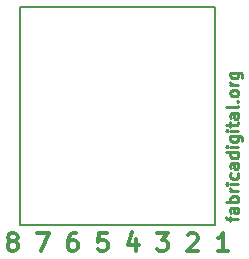
<source format=gto>
G04 #@! TF.FileFunction,Legend,Top*
%FSLAX46Y46*%
G04 Gerber Fmt 4.6, Leading zero omitted, Abs format (unit mm)*
G04 Created by KiCad (PCBNEW 4.0.6-e0-6349~53~ubuntu16.04.1) date Fri Jun  9 17:52:53 2017*
%MOMM*%
%LPD*%
G01*
G04 APERTURE LIST*
%ADD10C,0.100000*%
%ADD11C,0.250000*%
%ADD12C,0.300000*%
%ADD13C,0.180000*%
G04 APERTURE END LIST*
D10*
D11*
X20535714Y6142857D02*
X20535714Y6523809D01*
X21202381Y6285714D02*
X20345238Y6285714D01*
X20250000Y6333333D01*
X20202381Y6428571D01*
X20202381Y6523809D01*
X21202381Y7285715D02*
X20678571Y7285715D01*
X20583333Y7238096D01*
X20535714Y7142858D01*
X20535714Y6952381D01*
X20583333Y6857143D01*
X21154762Y7285715D02*
X21202381Y7190477D01*
X21202381Y6952381D01*
X21154762Y6857143D01*
X21059524Y6809524D01*
X20964286Y6809524D01*
X20869048Y6857143D01*
X20821429Y6952381D01*
X20821429Y7190477D01*
X20773810Y7285715D01*
X21202381Y7761905D02*
X20202381Y7761905D01*
X20583333Y7761905D02*
X20535714Y7857143D01*
X20535714Y8047620D01*
X20583333Y8142858D01*
X20630952Y8190477D01*
X20726190Y8238096D01*
X21011905Y8238096D01*
X21107143Y8190477D01*
X21154762Y8142858D01*
X21202381Y8047620D01*
X21202381Y7857143D01*
X21154762Y7761905D01*
X21202381Y8666667D02*
X20535714Y8666667D01*
X20726190Y8666667D02*
X20630952Y8714286D01*
X20583333Y8761905D01*
X20535714Y8857143D01*
X20535714Y8952382D01*
X21202381Y9285715D02*
X20535714Y9285715D01*
X20202381Y9285715D02*
X20250000Y9238096D01*
X20297619Y9285715D01*
X20250000Y9333334D01*
X20202381Y9285715D01*
X20297619Y9285715D01*
X21154762Y10190477D02*
X21202381Y10095239D01*
X21202381Y9904762D01*
X21154762Y9809524D01*
X21107143Y9761905D01*
X21011905Y9714286D01*
X20726190Y9714286D01*
X20630952Y9761905D01*
X20583333Y9809524D01*
X20535714Y9904762D01*
X20535714Y10095239D01*
X20583333Y10190477D01*
X21202381Y11047620D02*
X20678571Y11047620D01*
X20583333Y11000001D01*
X20535714Y10904763D01*
X20535714Y10714286D01*
X20583333Y10619048D01*
X21154762Y11047620D02*
X21202381Y10952382D01*
X21202381Y10714286D01*
X21154762Y10619048D01*
X21059524Y10571429D01*
X20964286Y10571429D01*
X20869048Y10619048D01*
X20821429Y10714286D01*
X20821429Y10952382D01*
X20773810Y11047620D01*
X21202381Y11952382D02*
X20202381Y11952382D01*
X21154762Y11952382D02*
X21202381Y11857144D01*
X21202381Y11666667D01*
X21154762Y11571429D01*
X21107143Y11523810D01*
X21011905Y11476191D01*
X20726190Y11476191D01*
X20630952Y11523810D01*
X20583333Y11571429D01*
X20535714Y11666667D01*
X20535714Y11857144D01*
X20583333Y11952382D01*
X21202381Y12428572D02*
X20535714Y12428572D01*
X20202381Y12428572D02*
X20250000Y12380953D01*
X20297619Y12428572D01*
X20250000Y12476191D01*
X20202381Y12428572D01*
X20297619Y12428572D01*
X20535714Y13333334D02*
X21345238Y13333334D01*
X21440476Y13285715D01*
X21488095Y13238096D01*
X21535714Y13142857D01*
X21535714Y13000000D01*
X21488095Y12904762D01*
X21154762Y13333334D02*
X21202381Y13238096D01*
X21202381Y13047619D01*
X21154762Y12952381D01*
X21107143Y12904762D01*
X21011905Y12857143D01*
X20726190Y12857143D01*
X20630952Y12904762D01*
X20583333Y12952381D01*
X20535714Y13047619D01*
X20535714Y13238096D01*
X20583333Y13333334D01*
X21202381Y13809524D02*
X20535714Y13809524D01*
X20202381Y13809524D02*
X20250000Y13761905D01*
X20297619Y13809524D01*
X20250000Y13857143D01*
X20202381Y13809524D01*
X20297619Y13809524D01*
X20535714Y14142857D02*
X20535714Y14523809D01*
X20202381Y14285714D02*
X21059524Y14285714D01*
X21154762Y14333333D01*
X21202381Y14428571D01*
X21202381Y14523809D01*
X21202381Y15285715D02*
X20678571Y15285715D01*
X20583333Y15238096D01*
X20535714Y15142858D01*
X20535714Y14952381D01*
X20583333Y14857143D01*
X21154762Y15285715D02*
X21202381Y15190477D01*
X21202381Y14952381D01*
X21154762Y14857143D01*
X21059524Y14809524D01*
X20964286Y14809524D01*
X20869048Y14857143D01*
X20821429Y14952381D01*
X20821429Y15190477D01*
X20773810Y15285715D01*
X21202381Y15904762D02*
X21154762Y15809524D01*
X21059524Y15761905D01*
X20202381Y15761905D01*
X21107143Y16285715D02*
X21154762Y16333334D01*
X21202381Y16285715D01*
X21154762Y16238096D01*
X21107143Y16285715D01*
X21202381Y16285715D01*
X21202381Y16904762D02*
X21154762Y16809524D01*
X21107143Y16761905D01*
X21011905Y16714286D01*
X20726190Y16714286D01*
X20630952Y16761905D01*
X20583333Y16809524D01*
X20535714Y16904762D01*
X20535714Y17047620D01*
X20583333Y17142858D01*
X20630952Y17190477D01*
X20726190Y17238096D01*
X21011905Y17238096D01*
X21107143Y17190477D01*
X21154762Y17142858D01*
X21202381Y17047620D01*
X21202381Y16904762D01*
X21202381Y17666667D02*
X20535714Y17666667D01*
X20726190Y17666667D02*
X20630952Y17714286D01*
X20583333Y17761905D01*
X20535714Y17857143D01*
X20535714Y17952382D01*
X20535714Y18714287D02*
X21345238Y18714287D01*
X21440476Y18666668D01*
X21488095Y18619049D01*
X21535714Y18523810D01*
X21535714Y18380953D01*
X21488095Y18285715D01*
X21154762Y18714287D02*
X21202381Y18619049D01*
X21202381Y18428572D01*
X21154762Y18333334D01*
X21107143Y18285715D01*
X21011905Y18238096D01*
X20726190Y18238096D01*
X20630952Y18285715D01*
X20583333Y18333334D01*
X20535714Y18428572D01*
X20535714Y18619049D01*
X20583333Y18714287D01*
D12*
X20318572Y3607429D02*
X19461429Y3607429D01*
X19890001Y3607429D02*
X19890001Y5107429D01*
X19747144Y4893143D01*
X19604286Y4750286D01*
X19461429Y4678857D01*
X16921429Y4964571D02*
X16992858Y5036000D01*
X17135715Y5107429D01*
X17492858Y5107429D01*
X17635715Y5036000D01*
X17707144Y4964571D01*
X17778572Y4821714D01*
X17778572Y4678857D01*
X17707144Y4464571D01*
X16850001Y3607429D01*
X17778572Y3607429D01*
X14310001Y5107429D02*
X15238572Y5107429D01*
X14738572Y4536000D01*
X14952858Y4536000D01*
X15095715Y4464571D01*
X15167144Y4393143D01*
X15238572Y4250286D01*
X15238572Y3893143D01*
X15167144Y3750286D01*
X15095715Y3678857D01*
X14952858Y3607429D01*
X14524286Y3607429D01*
X14381429Y3678857D01*
X14310001Y3750286D01*
X12555715Y4607429D02*
X12555715Y3607429D01*
X12198572Y5178857D02*
X11841429Y4107429D01*
X12770001Y4107429D01*
X10087144Y5107429D02*
X9372858Y5107429D01*
X9301429Y4393143D01*
X9372858Y4464571D01*
X9515715Y4536000D01*
X9872858Y4536000D01*
X10015715Y4464571D01*
X10087144Y4393143D01*
X10158572Y4250286D01*
X10158572Y3893143D01*
X10087144Y3750286D01*
X10015715Y3678857D01*
X9872858Y3607429D01*
X9515715Y3607429D01*
X9372858Y3678857D01*
X9301429Y3750286D01*
X7475715Y5107429D02*
X7190001Y5107429D01*
X7047144Y5036000D01*
X6975715Y4964571D01*
X6832858Y4750286D01*
X6761429Y4464571D01*
X6761429Y3893143D01*
X6832858Y3750286D01*
X6904286Y3678857D01*
X7047144Y3607429D01*
X7332858Y3607429D01*
X7475715Y3678857D01*
X7547144Y3750286D01*
X7618572Y3893143D01*
X7618572Y4250286D01*
X7547144Y4393143D01*
X7475715Y4464571D01*
X7332858Y4536000D01*
X7047144Y4536000D01*
X6904286Y4464571D01*
X6832858Y4393143D01*
X6761429Y4250286D01*
X4150001Y5107429D02*
X5150001Y5107429D01*
X4507144Y3607429D01*
X1967144Y4464571D02*
X1824286Y4536000D01*
X1752858Y4607429D01*
X1681429Y4750286D01*
X1681429Y4821714D01*
X1752858Y4964571D01*
X1824286Y5036000D01*
X1967144Y5107429D01*
X2252858Y5107429D01*
X2395715Y5036000D01*
X2467144Y4964571D01*
X2538572Y4821714D01*
X2538572Y4750286D01*
X2467144Y4607429D01*
X2395715Y4536000D01*
X2252858Y4464571D01*
X1967144Y4464571D01*
X1824286Y4393143D01*
X1752858Y4321714D01*
X1681429Y4178857D01*
X1681429Y3893143D01*
X1752858Y3750286D01*
X1824286Y3678857D01*
X1967144Y3607429D01*
X2252858Y3607429D01*
X2395715Y3678857D01*
X2467144Y3750286D01*
X2538572Y3893143D01*
X2538572Y4178857D01*
X2467144Y4321714D01*
X2395715Y4393143D01*
X2252858Y4464571D01*
D13*
X2745000Y24255000D02*
X2745000Y5840000D01*
X2745000Y5840000D02*
X19255000Y5840000D01*
X19255000Y5840000D02*
X19255000Y24255000D01*
X19255000Y24255000D02*
X2745000Y24255000D01*
M02*

</source>
